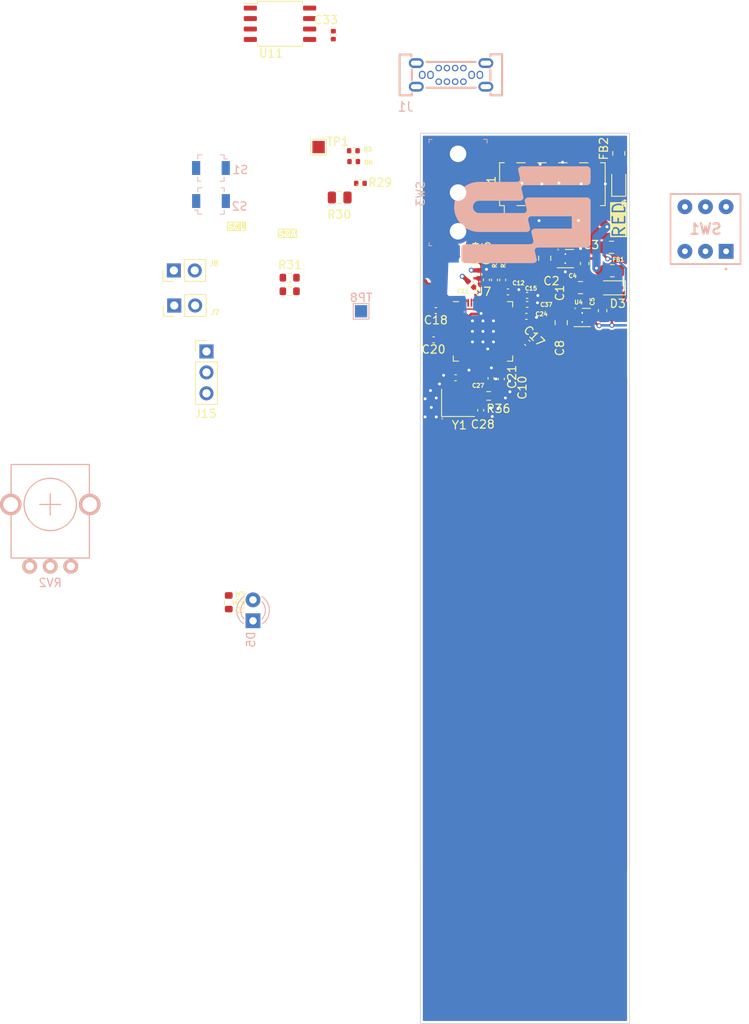
<source format=kicad_pcb>
(kicad_pcb (version 20221018) (generator pcbnew)
  (layers (0 "F.Cu" signal) (31 "B.Cu" signal) (34 "B.Paste" user) (35 "F.Paste" user) (36 "B.SilkS" user "B.Silkscreen") (37 "F.SilkS" user "F.Silkscreen") (38 "B.Mask" user) (39 "F.Mask" user) (44 "Edge.Cuts" user))
  (net 0 "")
  (net 1 "GND")
  (net 2 "+12V")
  (net 5 "+3V3")
  (net 7 "-12V")
  (net 8 "/GPIO26_ADC0")
  (net 9 "/+3V3_SIG")
  (net 10 "+1V1")
  (net 11 "/XIN")
  (net 12 "Net-(C28-Pad1)")
  (net 13 "Net-(D3-K)")
  (net 14 "Net-(D4-A)")
  (net 15 "Net-(D5-A)")
  (net 16 "Net-(FB1-Pad1)")
  (net 17 "Net-(FB2-Pad1)")
  (net 18 "Net-(J1-CC1)")
  (net 19 "/USB_D+")
  (net 20 "/USB_D-")
  (net 22 "Net-(J1-CC2)")
  (net 24 "Net-(R29-Pad2)")
  (net 25 "/GPIO1_Ext2")
  (net 26 "/GPIO0_Ext1")
  (net 27 "/SWCLK")
  (net 28 "/SWD")
  (net 29 "/GPIO8_GateInput1")
  (net 30 "/GPIO9_GateInput2")
  (net 31 "Net-(U7-USB_DP)")
  (net 32 "Net-(U7-USB_DM)")
  (net 33 "/GPIO5_LED_In1")
  (net 34 "/GPIO4_LED_In2")
  (net 35 "/GPIO3_LED_A1")
  (net 36 "/GPIO2_LED_A2")
  (net 37 "/GPIO24_LED_CVIn2")
  (net 38 "/GPIO25_LED_CVIn1")
  (net 39 "/QSPI_SS")
  (net 40 "/GPIO11_LED_A3")
  (net 41 "/GPIO12_LED_D1")
  (net 42 "/GPIO13_LED_D2")
  (net 43 "/GPIO22_LED_D3")
  (net 44 "/XOUT")
  (net 45 "/GPIO21_PWM1")
  (net 46 "/GPIO20_PWM2")
  (net 47 "/GPIO19_PWM3")
  (net 48 "/RUN")
  (net 49 "/GPIO10_SWM")
  (net 50 "/GPIO14_SWT")
  (net 51 "/GPIO7")
  (net 52 "/GPIO15")
  (net 53 "/GPIO16_Digital3")
  (net 54 "/GPIO17_Digital2")
  (net 55 "/GPIO18_Digital1")
  (net 56 "/GPIO23_SWTB")
  (net 57 "/GPIO27_ADC1")
  (net 58 "/GPIO28_ADC2")
  (net 59 "/GPIO29_ADC3")
  (net 60 "/QSPI_SD3")
  (net 61 "/QSPI_SCLK")
  (net 62 "/QSPI_SD0")
  (net 63 "/QSPI_SD2")
  (net 64 "/QSPI_SD1")
  (net 67 "/GPIO6_LED_TEST")
  (footprint "Resistor_SMD:R_0805_2012Metric" (layer "F.Cu") (at 184.9 22.4975 -90)
    (fp_text reference "FB2")
    (fp_text value "FerriteBead GZ2012D101TF")
  )
  (footprint "Resistor_SMD:R_0402_1005Metric" (layer "F.Cu") (at 152.66 22.18 180)
    (fp_text reference "R3")
    (fp_text value "5.1k")
  )
  (footprint "Capacitor_SMD:C_0402_1005Metric" (layer "F.Cu") (at 162.405622 45.116425 180)
    (fp_text reference "C20")
    (fp_text value "100n")
  )
  (footprint "Connector_PinHeader_2.54mm:PinHeader_1x03_P2.54mm_Vertical" (layer "F.Cu") (at 134.825 46.525)
    (fp_text reference "J15")
    (fp_text value "SWD")
  )
  (footprint "TestPoint:TestPoint_Pad_1.5x1.5mm" (layer "F.Cu") (at 148.44 21.73)
    (fp_text reference "TP1")
    (fp_text value "RP2040 Power")
  )
  (footprint "emutelab:RP2040-QFN-56" (layer "F.Cu") (at 168.400622 44.091425)
    (fp_text reference "U7")
    (fp_text value "RP2040")
  )
  (footprint "Capacitor_SMD:C_0402_1005Metric" (layer "F.Cu") (at 170.625622 49.866425 -90)
    (fp_text reference "C10")
    (fp_text value "100n")
  )
  (footprint "Resistor_SMD:R_0805_2012Metric" (layer "F.Cu") (at 184.11 36.73)
    (fp_text reference "FB1")
    (fp_text value "FerriteBead GZ2012D101TF")
  )
  (footprint "Resistor_SMD:R_0402_1005Metric" (layer "F.Cu") (at 153.52 26.13 180)
    (fp_text reference "R29")
    (fp_text value "1k")
  )
  (footprint "Capacitor_SMD:C_0402_1005Metric" (layer "F.Cu") (at 162.675622 41.566425 180)
    (fp_text reference "C18")
    (fp_text value "100n")
  )
  (footprint "Capacitor_SMD:C_0402_1005Metric" (layer "F.Cu") (at 166.936211 38.377014 135)
    (fp_text reference "C11")
    (fp_text value "100n")
  )
  (footprint "Capacitor_SMD:C_0805_2012Metric" (layer "F.Cu") (at 180.24 38.78)
    (fp_text reference "C4")
    (fp_text value "22u")
  )
  (footprint "Capacitor_SMD:C_0402_1005Metric" (layer "F.Cu") (at 173.675622 42.266425)
    (fp_text reference "C24")
    (fp_text value "100n")
  )
  (footprint "Resistor_SMD:R_0603_1608Metric" (layer "F.Cu") (at 169.095622 51.916425 180)
    (fp_text reference "R36")
    (fp_text value "1k")
  )
  (footprint "Connector_PinHeader_2.54mm:PinHeader_2x05_P2.54mm_Vertical_SMD" (layer "F.Cu") (at 176.83 26.235 90)
    (fp_text reference "H1")
    (fp_text value "PIN_HEADER_2x5 POWER")
  )
  (footprint "Connector_PinHeader_2.54mm:PinHeader_1x02_P2.54mm_Vertical" (layer "F.Cu") (at 130.86 36.7 90)
    (fp_text reference "J8")
    (fp_text value "Conn_02x01")
  )
  (footprint "Capacitor_SMD:C_0805_2012Metric_Pad1.18x1.45mm_HandSolder" (layer "F.Cu") (at 177.9 43.04 -90)
    (fp_text reference "C8")
    (fp_text value "22u 0805 ")
  )
  (footprint "Resistor_SMD:R_0603_1608Metric" (layer "F.Cu") (at 144.925 37.575 180)
    (fp_text reference "R31")
    (fp_text value "1.5k")
  )
  (footprint "Capacitor_SMD:C_0402_1005Metric" (layer "F.Cu") (at 171.435622 39.296425)
    (fp_text reference "C12")
    (fp_text value "1u")
  )
  (footprint "Capacitor_SMD:C_0402_1005Metric" (layer "F.Cu") (at 170.800622 37.851425 -90)
    (fp_text reference "R22")
    (fp_text value "27")
  )
  (footprint "Package_SON:WSON-6-1EP_2x2mm_P0.65mm_EP1x1.6mm_ThermalVias" (layer "F.Cu") (at 180.455 42.405)
    (fp_text reference "U4")
    (fp_text value "TLV76733DRVR")
  )
  (footprint "Crystal:Crystal_SMD_3225-4Pin_3.2x2.5mm" (layer "F.Cu") (at 165.375622 52.766425)
    (fp_text reference "Y1")
    (fp_text value "YXC X322512MSB4SI")
  )
  (footprint "Capacitor_SMD:C_0603_1608Metric_Pad1.08x0.95mm_HandSolder" (layer "F.Cu") (at 180.75 35.85 -90)
    (fp_text reference "C1")
    (fp_text value "1u")
  )
  (footprint "Capacitor_SMD:C_0402_1005Metric" (layer "F.Cu") (at 150.225 8.155 -90)
    (fp_text reference "C33")
    (fp_text value "100n")
  )
  (footprint "Resistor_SMD:R_0603_1608Metric" (layer "F.Cu") (at 137.525 76.95 -90)
    (fp_text reference "R23")
    (fp_text value "18k")
  )
  (footprint "Capacitor_SMD:C_0402_1005Metric" (layer "F.Cu") (at 173.755622 39.726425)
    (fp_text reference "C15")
    (fp_text value "1u")
  )
  (footprint "Capacitor_SMD:C_0805_2012Metric_Pad1.18x1.45mm_HandSolder" (layer "F.Cu") (at 175.9 35.2125 -90)
    (fp_text reference "C2")
    (fp_text value "22u 0805 ")
  )
  (footprint "Resistor_SMD:R_0402_1005Metric" (layer "F.Cu") (at 152.7 23.49 180)
    (fp_text reference "R6")
    (fp_text value "5.1k")
  )
  (footprint "Capacitor_SMD:C_0805_2012Metric" (layer "F.Cu") (at 184.01 33.89)
    (fp_text reference "C3")
    (fp_text value "22u")
  )
  (footprint "Diode_SMD:D_SOD-323" (layer "F.Cu") (at 184.09 38.81 180)
    (fp_text reference "D3")
    (fp_text value "1N5819")
  )
  (footprint "Capacitor_SMD:C_0402_1005Metric" (layer "F.Cu") (at 168.125622 53.666425 -90)
    (fp_text reference "C28")
    (fp_text value "30p")
  )
  (footprint "Capacitor_SMD:C_0402_1005Metric" (layer "F.Cu") (at 167.900622 37.171425 90)
    (fp_text reference "C16")
    (fp_text value "100n")
  )
  (footprint "Diode_SMD:D_SOD-323" (layer "F.Cu") (at 184.89 26.09 90)
    (fp_text reference "D4")
    (fp_text value "1N5819")
  )
  (footprint "Capacitor_SMD:C_0603_1608Metric_Pad1.08x0.95mm_HandSolder" (layer "F.Cu") (at 182.93 41.58 -90)
    (fp_text reference "C5")
    (fp_text value "1u")
  )
  (footprint "Capacitor_SMD:C_0402_1005Metric" (layer "F.Cu") (at 165.075622 49.716425 180)
    (fp_text reference "C27")
    (fp_text value "30p")
  )
  (footprint "Capacitor_SMD:C_0402_1005Metric" (layer "F.Cu") (at 173.775622 40.816425)
    (fp_text reference "C37")
    (fp_text value "100n")
  )
  (footprint "Connector_PinHeader_2.54mm:PinHeader_1x02_P2.54mm_Vertical" (layer "F.Cu") (at 130.91 40.95 90)
    (fp_text reference "J7")
    (fp_text value "Conn_02x01")
  )
  (footprint "Capacitor_SMD:C_0402_1005Metric" (layer "F.Cu") (at 169.800622 37.851425 -90)
    (fp_text reference "R21")
    (fp_text value "27")
  )
  (footprint "Capacitor_SMD:C_0805_2012Metric" (layer "F.Cu") (at 151 27.85)
    (fp_text reference "R30")
    (fp_text value "DNF")
  )
  (footprint "Package_SON:WSON-6-1EP_2x2mm_P0.65mm_EP1x1.6mm_ThermalVias" (layer "F.Cu") (at 178.4 35.2625)
    (fp_text reference "U1")
    (fp_text value "TLV76733DRVR")
  )
  (footprint "Capacitor_SMD:C_0402_1005Metric" (layer "F.Cu") (at 168.825622 37.841425 90)
    (fp_text reference "C14")
    (fp_text value "100n")
  )
  (footprint "Resistor_SMD:R_0603_1608Metric" (layer "F.Cu") (at 144.925 39.225 180)
    (fp_text reference "R37" hide)
    (fp_text value "1.5k")
  )
  (footprint "Package_SO:SOIC-8_5.23x5.23mm_P1.27mm" (layer "F.Cu") (at 143.75 6.775)
    (fp_text reference "U11")
    (fp_text value "W25Q128JVS")
  )
  (footprint "Capacitor_SMD:C_0402_1005Metric" (layer "F.Cu") (at 169.375622 49.786425 -90)
    (fp_text reference "C21")
    (fp_text value "100n")
  )
  (footprint "Capacitor_SMD:C_0402_1005Metric" (layer "F.Cu") (at 173.786211 45.477014 -45)
    (fp_text reference "C17")
    (fp_text value "100n")
  )
  (footprint "TestPoint:TestPoint_Pad_1.5x1.5mm" (layer "B.Cu") (at 153.6 41.65 180)
    (fp_text reference "TP8")
    (fp_text value "1V1")
  )
  (footprint "digikey-footprints:Switch_Tactile_SMD_B3U-1000P" (layer "B.Cu") (at 135.375 28.275)
    (fp_text reference "S2")
    (fp_text value "B3U-1000P")
  )
  (footprint "LED_THT:LED_D3.0mm_FlatTop" (layer "B.Cu") (at 140.475 79.2 90)
    (fp_text reference "D5")
    (fp_text value "LED Gate In 1")
  )
  (footprint "digikey-footprints:Switch_Tactile_SMD_B3U-1000P" (layer "B.Cu") (at 135.365 24.275 180)
    (fp_text reference "S1")
    (fp_text value "B3U-1000P")
  )
  (footprint "mouser:GPBS850N" (layer "B.Cu") (at 197.925 34.375 180)
    (fp_text reference "SW1")
    (fp_text value "SW_Push" hide)
  )
  (footprint "emutelab:Thonk DWB2" (layer "B.Cu") (at 165.375 22.55 -90)
    (fp_text reference "SW3")
    (fp_text value "SW_SPDT")
  )
  (footprint "Eurocad:Alpha9mmPot" (layer "B.Cu") (at 115.85 65.0875 180)
    (fp_text reference "RV2")
    (fp_text value "100k")
  )
  (footprint "emutelab:USB-C-TH_MC-110LD-L137-A" (layer "B.Cu") (at 164.525 12.975 180)
    (fp_text reference "J1")
    (fp_text value "Hanbo_USB_C_Receptacle_USB2.0_MC-110LD-L137" hide)
  )
  (gr_poly (pts (xy 173.103488 24.062439) (xy 173.079879 24.064192) (xy 173.056316 24.06708) (xy 173.03286 24.071076) (xy 173.009574 24.07615) (xy 172.986517 24.082275) (xy 172.963754 24.089423) (xy 172.941343 24.097567) (xy 172.919349 24.106678) (xy 172.897831 24.116729) (xy 172.876853 24.127691) (xy 172.856474 24.139536) (xy 172.836758 24.152238) (xy 172.817765 24.165767) (xy 172.799557 24.180097) (xy 172.782196 24.195198) (xy 172.765744 24.211044) (xy 172.750262 24.227605) (xy 172.735811 24.244856) (xy 172.722454 24.262766) (xy 172.710252 24.281309) (xy 172.699267 24.300457) (xy 172.689559 24.320181) (xy 172.681192 24.340454) (xy 172.674226 24.361248) (xy 172.668723 24.382535) (xy 172.664744 24.404288) (xy 172.662353 24.426477) (xy 172.661609 24.449076) (xy 172.662574 24.472056) (xy 172.665311 24.495389) (xy 172.669881 24.519048) (xy 172.89848 25.497478) (xy 172.901881 25.520803) (xy 172.904062 25.54383) (xy 172.905048 25.566529) (xy 172.904863 25.588871) (xy 172.903531 25.610828) (xy 172.901075 25.63237) (xy 172.897521 25.653469) (xy 172.892891 25.674095) (xy 172.88721 25.694219) (xy 172.880502 25.713813) (xy 172.872791 25.732848) (xy 172.864101 25.751294) (xy 172.854456 25.769123) (xy 172.84388 25.786305) (xy 172.832397 25.802812) (xy 172.820032 25.818615) (xy 172.806807 25.833685) (xy 172.792748 25.847992) (xy 172.777878 25.861508) (xy 172.762221 25.874204) (xy 172.745801 25.88605) (xy 172.728642 25.897019) (xy 172.710769 25.90708) (xy 172.692205 25.916205) (xy 172.672975 25.924365) (xy 172.653102 25.931532) (xy 172.63261 25.937675) (xy 172.611524 25.942766) (xy 172.589868 25.946776) (xy 172.567664 25.949676) (xy 172.544939 25.951438) (xy 172.521715 25.952031) (xy 167.938602 25.952031) (xy 167.782437 25.955994) (xy 167.628297 25.967755) (xy 167.476375 25.987121) (xy 167.326862 26.013898) (xy 167.17995 26.047896) (xy 167.035833 26.088921) (xy 166.894702 26.13678) (xy 166.75675 26.191281) (xy 166.622169 26.252231) (xy 166.491152 26.319438) (xy 166.36389 26.392709) (xy 166.240576 26.471851) (xy 166.121403 26.556672) (xy 166.006563 26.646979) (xy 165.896248 26.742579) (xy 165.79065 26.84328) (xy 165.689962 26.94889) (xy 165.594376 27.059215) (xy 165.504084 27.174063) (xy 165.41928 27.293241) (xy 165.340154 27.416557) (xy 165.2669 27.543819) (xy 165.199709 27.674832) (xy 165.138775 27.809406) (xy 165.084289 27.947347) (xy 165.036444 28.088462) (xy 164.995432 28.23256) (xy 164.961445 28.379447) (xy 164.934677 28.52893) (xy 164.915318 28.680818) (xy 164.903562 28.834917) (xy 164.8996 28.991035) (xy 164.903563 29.147152) (xy 164.915324 29.301247) (xy 164.934689 29.453127) (xy 164.961467 29.602601) (xy 164.995465 29.749476) (xy 165.03649 29.893559) (xy 165.084349 30.034659) (xy 165.13885 30.172582) (xy 165.1998 30.307136) (xy 165.267007 30.438129) (xy 165.340277 30.565369) (xy 165.41942 30.688662) (xy 165.50424 30.807817) (xy 165.594547 30.922641) (xy 165.690148 31.032941) (xy 165.790849 31.138526) (xy 165.896458 31.239202) (xy 166.006783 31.334778) (xy 166.121631 31.425061) (xy 166.24081 31.509858) (xy 166.364126 31.588978) (xy 166.491387 31.662227) (xy 166.622401 31.729413) (xy 166.756974 31.790343) (xy 166.894915 31.844827) (xy 167.03603 31.89267) (xy 167.180127 31.93368) (xy 167.327014 31.967666) (xy 167.476497 31.994434) (xy 167.628385 32.013793) (xy 167.782484 32.025549) (xy 167.938602 32.02951) (xy 173.665244 32.02951) (xy 173.688838 32.028921) (xy 173.712451 32.027172) (xy 173.736021 32.024291) (xy 173.759486 32.020305) (xy 173.782784 32.015241) (xy 173.805853 32.009129) (xy 173.828631 32.001994) (xy 173.851056 31.993866) (xy 173.873066 31.984771) (xy 173.8946 31.974736) (xy 173.915595 31.963791) (xy 173.93599 31.951961) (xy 173.955723 31.939276) (xy 173.974731 31.925762) (xy 173.992953 31.911447) (xy 174.010327 31.896358) (xy 174.026791 31.880524) (xy 174.042283 31.863972) (xy 174.056741 31.84673) (xy 174.070103 31.828824) (xy 174.082308 31.810284) (xy 174.093293 31.791135) (xy 174.102996 31.771407) (xy 174.111356 31.751127) (xy 174.118311 31.730321) (xy 174.123799 31.709019) (xy 174.127757 31.687247) (xy 174.130124 31.665033) (xy 174.130839 31.642404) (xy 174.129838 31.619389) (xy 174.12706 31.596015) (xy 174.122444 31.57231) (xy 173.894374 30.595996) (xy 173.890877 30.572571) (xy 173.888606 30.549445) (xy 173.887536 30.526648) (xy 173.887644 30.504207) (xy 173.888905 30.482153) (xy 173.891295 30.460515) (xy 173.894791 30.439321) (xy 173.899368 30.418601) (xy 173.905002 30.398384) (xy 173.91167 30.3787) (xy 173.919347 30.359577) (xy 173.928009 30.341044) (xy 173.937632 30.323131) (xy 173.948193 30.305867) (xy 173.959666 30.289281) (xy 173.972029 30.273403) (xy 173.985257 30.25826) (xy 173.999326 30.243884) (xy 174.014211 30.230302) (xy 174.02989 30.217543) (xy 174.046338 30.205638) (xy 174.063531 30.194615) (xy 174.081444 30.184504) (xy 174.100054 30.175333) (xy 174.119338 30.167132) (xy 174.13927 30.159929) (xy 174.159826 30.153755) (xy 174.180984 30.148638) (xy 174.202718 30.144607) (xy 174.225005 30.141692) (xy 174.247821 30.139921) (xy 174.271141 30.139325) (xy 179.178104 30.139325) (xy 179.178104 31.624167) (xy 174.741571 31.624167) (xy 174.717978 31.624757) (xy 174.694369 31.626511) (xy 174.670806 31.629399) (xy 174.64735 31.633394) (xy 174.624063 31.638468) (xy 174.601007 31.644593) (xy 174.578243 31.651742) (xy 174.555833 31.659886) (xy 174.533839 31.668997) (xy 174.512321 31.679047) (xy 174.491342 31.690009) (xy 174.470964 31.701855) (xy 174.451247 31.714557) (xy 174.432255 31.728086) (xy 174.414047 31.742416) (xy 174.396686 31.757517) (xy 174.380234 31.773363) (xy 174.364752 31.789925) (xy 174.350301 31.807175) (xy 174.336944 31.825085) (xy 174.324742 31.843628) (xy 174.313756 31.862776) (xy 174.304049 31.882501) (xy 174.295681 31.902774) (xy 174.288715 31.923568) (xy 174.283212 31.944855) (xy 174.279234 31.966607) (xy 174.276842 31.988796) (xy 174.276098 32.011395) (xy 174.277064 32.034375) (xy 174.279801 32.057708) (xy 174.28437 32.081367) (xy 174.51297 33.059796) (xy 174.516372 33.083121) (xy 174.518558 33.106148) (xy 174.519551 33.128847) (xy 174.519375 33.15119) (xy 174.518053 33.173147) (xy 174.51561 33.194689) (xy 174.51207 33.215788) (xy 174.507455 33.236414) (xy 174.50179 33.256538) (xy 174.495098 33.276132) (xy 174.487404 33.295167) (xy 174.47873 33.313613) (xy 174.469101 33.331442) (xy 174.45854 33.348624) (xy 174.447072 33.365132) (xy 174.434719 33.380934) (xy 174.421506 33.396004) (xy 174.407456 33.410311) (xy 174.392594 33.423827) (xy 174.376942 33.436523) (xy 174.360525 33.448369) (xy 174.343366 33.459338) (xy 174.325489 33.469399) (xy 174.306917 33.478524) (xy 174.287676 33.486685) (xy 174.267787 33.493851) (xy 174.247275 33.499994) (xy 174.226165 33.505085) (xy 174.204478 33.509095) (xy 174.18224 33.511996) (xy 174.159474 33.513757) (xy 174.136203 33.514351) (xy 166.243155 33.514351) (xy 166.21968 33.514947) (xy 166.196505 33.516718) (xy 166.173658 33.519633) (xy 166.151169 33.523665) (xy 166.129067 33.528783) (xy 166.107382 33.534959) (xy 166.086142 33.542163) (xy 166.065378 33.550367) (xy 166.045119 33.559541) (xy 166.025393 33.569657) (xy 166.006231 33.580685) (xy 165.987662 33.592597) (xy 165.969714 33.605363) (xy 165.952418 33.618953) (xy 165.935803 33.63334) (xy 165.919898 33.648494) (xy 165.904733 33.664386) (xy 165.890336 33.680987) (xy 165.876737 33.698267) (xy 165.863966 33.716198) (xy 165.852052 33.734751) (xy 165.841024 33.753897) (xy 165.830912 33.773606) (xy 165.821745 33.793849) (xy 165.813552 33.814598) (xy 165.806363 33.835823) (xy 165.800207 33.857496) (xy 165.795113 33.879587) (xy 165.791111 33.902066) (xy 165.788231 33.924906) (xy 165.7865 33.948077) (xy 165.78595 33.97155) (xy 165.78595 35.353735) (xy 165.786548 35.377161) (xy 165.788323 35.400292) (xy 165.791245 35.423097) (xy 165.795286 35.445547) (xy 165.800415 35.467613) (xy 165.806603 35.489266) (xy 165.813822 35.510475) (xy 165.822041 35.531213) (xy 165.831231 35.551449) (xy 165.841363 35.571155) (xy 165.852408 35.5903) (xy 165.864336 35.608855) (xy 165.877118 35.626791) (xy 165.890724 35.64408) (xy 165.905126 35.66069) (xy 165.920293 35.676594) (xy 165.936196 35.691761) (xy 165.952807 35.706162) (xy 165.970095 35.719768) (xy 165.988031 35.73255) (xy 166.006587 35.744478) (xy 166.025732 35.755522) (xy 166.045437 35.765655) (xy 166.065674 35.774845) (xy 166.086411 35.783064) (xy 166.107621 35.790282) (xy 166.129274 35.796471) (xy 166.15134 35.8016) (xy 166.17379 35.80564) (xy 166.196595 35.808563) (xy 166.219726 35.810338) (xy 166.243152 35.810936) (xy 174.47328 35.810936) (xy 174.473479 35.81093) (xy 174.473679 35.810913) (xy 174.47388 35.810887) (xy 174.474083 35.810853) (xy 174.4745 35.810768) (xy 174.474935 35.810671) (xy 174.475395 35.810574) (xy 174.475636 35.810529) (xy 174.475886 35.810489) (xy 174.476145 35.810455) (xy 174.476414 35.810429) (xy 174.476694 35.810412) (xy 174.476985 35.810406) (xy 174.500426 35.809629) (xy 174.523878 35.807714) (xy 174.547279 35.804686) (xy 174.570569 35.800573) (xy 174.593687 35.795403) (xy 174.616572 35.789201) (xy 174.639163 35.781995) (xy 174.6614 35.773811) (xy 174.683221 35.764678) (xy 174.704566 35.75462) (xy 174.725373 35.743667) (xy 174.745583 35.731844) (xy 174.765134 35.719178) (xy 174.783965 35.705697) (xy 174.802015 35.691427) (xy 174.819224 35.676395) (xy 174.835531 35.660628) (xy 174.850875 35.644154) (xy 174.865194 35.626998) (xy 174.878429 35.609189) (xy 174.890518 35.590752) (xy 174.901401 35.571715) (xy 174.911016 35.552105) (xy 174.919303 35.531949) (xy 174.926201 35.511273) (xy 174.931649 35.490105) (xy 174.935587 35.468472) (xy 174.937953 35.4464) (xy 174.938686 35.423916) (xy 174.937726 35.401048) (xy 174.935012 35.377822) (xy 174.930482 35.354265) (xy 174.930482 35.353735) (xy 174.701881 34.376365) (xy 174.698433 34.35299) (xy 174.696206 34.329914) (xy 174.695178 34.307165) (xy 174.695325 34.284774) (xy 174.696621 34.262769) (xy 174.699044 34.241178) (xy 174.70257 34.220032) (xy 174.707173 34.199359) (xy 174.712831 34.179188) (xy 174.719519 34.159549) (xy 174.727213 34.14047) (xy 174.735889 34.121981) (xy 174.745523 34.10411) (xy 174.756091 34.086887) (xy 174.767569 34.07034) (xy 174.779934 34.0545) (xy 174.79316 34.039394) (xy 174.807224 34.025052) (xy 174.822102 34.011503) (xy 174.83777 33.998776) (xy 174.854204 33.9869) (xy 174.871379 33.975905) (xy 174.889272 33.965818) (xy 174.90786 33.95667) (xy 174.927116 33.94849) (xy 174.947019 33.941305) (xy 174.967543 33.935147) (xy 174.988665 33.930043) (xy 175.010361 33.926022) (xy 175.032606 33.923114) (xy 175.055376 33.921348) (xy 175.078648 33.920753) (xy 181.017485 33.920753) (xy 181.040911 33.920155) (xy 181.064042 33.91838) (xy 181.086847 33.915458) (xy 181.109297 33.911417) (xy 181.131363 33.906288) (xy 181.153016 33.9001) (xy 181.174225 33.892881) (xy 181.194963 33.884662) (xy 181.215199 33.875472) (xy 181.234904 33.86534) (xy 181.254049 33.854295) (xy 181.272605 33.842367) (xy 181.290541 33.829585) (xy 181.30783 33.815979) (xy 181.32444 33.801578) (xy 181.340343 33.78641) (xy 181.355511 33.770507) (xy 181.369912 33.753897) (xy 181.383518 33.736608) (xy 181.3963 33.718672) (xy 181.408228 33.700116) (xy 181.419272 33.680971) (xy 181.429405 33.661266) (xy 181.438595 33.64103) (xy 181.446814 33.620292) (xy 181.454032 33.599083) (xy 181.460221 33.57743) (xy 181.46535 33.555364) (xy 181.46939 33.532914) (xy 181.472313 33.510109) (xy 181.474087 33.486979) (xy 181.474686 33.463553) (xy 181.474686 28.299945) (xy 181.474087 28.276519) (xy 181.472313 28.253388) (xy 181.46939 28.230584) (xy 181.46535 28.208134) (xy 181.460221 28.186068) (xy 181.454032 28.164415) (xy 181.446814 28.143205) (xy 181.438595 28.122468) (xy 181.429405 28.102231) (xy 181.419272 28.082526) (xy 181.408228 28.063381) (xy 181.3963 28.044826) (xy 181.383518 28.026889) (xy 181.369912 28.009601) (xy 181.355511 27.99299) (xy 181.340343 27.977087) (xy 181.32444 27.96192) (xy 181.30783 27.947519) (xy 181.290541 27.933912) (xy 181.272605 27.921131) (xy 181.254049 27.909203) (xy 181.234904 27.898158) (xy 181.215199 27.888026) (xy 181.194963 27.878835) (xy 181.174225 27.870616) (xy 181.153016 27.863398) (xy 181.131363 27.857209) (xy 181.109297 27.85208) (xy 181.086847 27.84804) (xy 181.064042 27.845117) (xy 181.040911 27.843342) (xy 181.017485 27.842744) (xy 173.93512 27.842744) (xy 173.911527 27.843335) (xy 173.887918 27.845088) (xy 173.864355 27.847977) (xy 173.840899 27.851972) (xy 173.817612 27.857046) (xy 173.794556 27.863171) (xy 173.771792 27.870319) (xy 173.749382 27.878463) (xy 173.727387 27.887574) (xy 173.70587 27.897625) (xy 173.684891 27.908587) (xy 173.664512 27.920433) (xy 173.644796 27.933134) (xy 173.625803 27.946664) (xy 173.607596 27.960993) (xy 173.590235 27.976095) (xy 173.573782 27.99194) (xy 173.5583 28.008502) (xy 173.54385 28.025752) (xy 173.530493 28.043663) (xy 173.51829 28.062206) (xy 173.507305 28.081354) (xy 173.497598 28.101078) (xy 173.48923 28.121351) (xy 173.482264 28.142145) (xy 173.476761 28.163432) (xy 173.472783 28.185185) (xy 173.470391 28.207374) (xy 173.469647 28.229973) (xy 173.470613 28.252952) (xy 173.473349 28.276286) (xy 173.477919 28.299945) (xy 173.706519 29.278373) (xy 173.709919 29.301699) (xy 173.712101 29.324726) (xy 173.713087 29.347425) (xy 173.712902 29.369767) (xy 173.71157 29.391724) (xy 173.709114 29.413266) (xy 173.70556 29.434365) (xy 173.70093 29.454991) (xy 173.695249 29.475116) (xy 173.688541 29.49471) (xy 173.68083 29.513744) (xy 173.67214 29.53219) (xy 173.662495 29.550019) (xy 173.651919 29.567201) (xy 173.640436 29.583708) (xy 173.628071 29.599511) (xy 173.614846 29.614581) (xy 173.600787 29.628888) (xy 173.585916 29.642404) (xy 173.570259 29.655099) (xy 173.55384 29.666946) (xy 173.536681 29.677914) (xy 173.518808 29.687975) (xy 173.500244 29.697101) (xy 173.481014 29.705261) (xy 173.46114 29.712427) (xy 173.440649 29.71857) (xy 173.419563 29.723661) (xy 173.397906 29.727671) (xy 173.375703 29.730572) (xy 173.352977 29.732333) (xy 173.329753 29.732927) (xy 167.939661 29.732927) (xy 167.901495 29.731958) (xy 167.863827 29.729083) (xy 167.826702 29.724349) (xy 167.790167 29.717803) (xy 167.754269 29.709493) (xy 167.719055 29.699465) (xy 167.684572 29.687767) (xy 167.650868 29.674446) (xy 167.617987 29.659549) (xy 167.585979 29.643123) (xy 167.554889 29.625216) (xy 167.524765 29.605874) (xy 167.495653 29.585146) (xy 167.4676 29.563077) (xy 167.440653 29.539716) (xy 167.41486 29.515109) (xy 167.390266 29.489304) (xy 167.366919 29.462347) (xy 167.344866 29.434287) (xy 167.324154 29.40517) (xy 167.304829 29.375043) (xy 167.286938 29.343954) (xy 167.270529 29.311949) (xy 167.255648 29.279076) (xy 167.242342 29.245383) (xy 167.230658 29.210916) (xy 167.220642 29.175722) (xy 167.212343 29.139849) (xy 167.205806 29.103344) (xy 167.201079 29.066254) (xy 167.198209 29.028626) (xy 167.197241 28.990507) (xy 167.19821 28.952342) (xy 167.201085 28.914674) (xy 167.205819 28.877549) (xy 167.212365 28.841014) (xy 167.220675 28.805116) (xy 167.230703 28.769902) (xy 167.242401 28.735419) (xy 167.255723 28.701715) (xy 167.27062 28.668835) (xy 167.287046 28.636826) (xy 167.304953 28.605736) (xy 167.324294 28.575612) (xy 167.345023 28.5465) (xy 167.367092 28.518447) (xy 167.390453 28.4915) (xy 167.41506 28.465706) (xy 167.440865 28.441112) (xy 167.467822 28.417765) (xy 167.495882 28.395712) (xy 167.525 28.375) (xy 167.555126 28.355674) (xy 167.586216 28.337784) (xy 167.61822 28.321374) (xy 167.651093 28.306493) (xy 167.684786 28.293187) (xy 167.719253 28.281503) (xy 167.754447 28.271488) (xy 167.79032 28.263188) (xy 167.826825 28.256652) (xy 167.863915 28.251924) (xy 167.901542 28.249054) (xy 167.939661 28.248086) (xy 172.859323 28.248086) (xy 172.882917 28.247496) (xy 172.906531 28.245742) (xy 172.9301 28.242854) (xy 172.953565 28.238859) (xy 172.976863 28.233785) (xy 172.999932 28.22766) (xy 173.02271 28.220511) (xy 173.045135 28.212367) (xy 173.067145 28.203256) (xy 173.088679 28.193206) (xy 173.109674 28.182244) (xy 173.130069 28.170398) (xy 173.149802 28.157696) (xy 173.16881 28.144167) (xy 173.187032 28.129837) (xy 173.204406 28.114736) (xy 173.22087 28.09889) (xy 173.236362 28.082328) (xy 173.25082 28.065078) (xy 173.264182 28.047168) (xy 173.276387 28.028625) (xy 173.287372 28.009477) (xy 173.297076 27.989752) (xy 173.305436 27.969479) (xy 173.312391 27.948685) (xy 173.317878 27.927398) (xy 173.321837 27.905646) (xy 173.324204 27.883457) (xy 173.324918 27.860858) (xy 173.323917 27.837878) (xy 173.32114 27.814545) (xy 173.316524 27.790886) (xy 173.088452 26.814573) (xy 173.084955 26.791148) (xy 173.082684 26.768022) (xy 173.081614 26.745224) (xy 173.081722 26.722784) (xy 173.082983 26.70073) (xy 173.085373 26.679091) (xy 173.088869 26.657898) (xy 173.093446 26.637178) (xy 173.099081 26.616961) (xy 173.105748 26.597276) (xy 173.113425 26.578153) (xy 173.122088 26.559621) (xy 173.131711 26.541708) (xy 173.142271 26.524444) (xy 173.153745 26.507858) (xy 173.166108 26.491979) (xy 173.179336 26.476837) (xy 173.193404 26.46246) (xy 173.20829 26.448878) (xy 173.223969 26.43612) (xy 173.240417 26.424215) (xy 173.257609 26.413192) (xy 173.275523 26.403081) (xy 173.294133 26.39391) (xy 173.313416 26.385708) (xy 173.333348 26.378506) (xy 173.353905 26.372332) (xy 173.375063 26.367215) (xy 173.396797 26.363184) (xy 173.419084 26.360269) (xy 173.441899 26.358498) (xy 173.465219 26.357902) (xy 181.017485 26.357902) (xy 181.040911 26.357303) (xy 181.064042 26.355528) (xy 181.086847 26.352606) (xy 181.109297 26.348566) (xy 181.131363 26.343437) (xy 181.153016 26.337248) (xy 181.174225 26.33003) (xy 181.194963 26.321811) (xy 181.215199 26.31262) (xy 181.234904 26.302488) (xy 181.254049 26.291444) (xy 181.272605 26.279516) (xy 181.290541 26.266734) (xy 181.30783 26.253128) (xy 181.32444 26.238726) (xy 181.340343 26.223559) (xy 181.355511 26.207656) (xy 181.369912 26.191046) (xy 181.383518 26.173757) (xy 181.3963 26.155821) (xy 181.408228 26.137266) (xy 181.419272 26.118121) (xy 181.429405 26.098415) (xy 181.438595 26.078179) (xy 181.446814 26.057442) (xy 181.454032 26.036232) (xy 181.460221 26.014579) (xy 181.46535 25.992513) (xy 181.46939 25.970063) (xy 181.472313 25.947258) (xy 181.474087 25.924128) (xy 181.474686 25.900702) (xy 181.474686 24.519048) (xy 181.474087 24.495622) (xy 181.472313 24.472492) (xy 181.46939 24.449687) (xy 181.46535 24.427237) (xy 181.460221 24.405171) (xy 181.454032 24.383518) (xy 181.446814 24.362308) (xy 181.438595 24.341571) (xy 181.429405 24.321334) (xy 181.419272 24.301629) (xy 181.408228 24.282484) (xy 181.3963 24.263929) (xy 181.383518 24.245992) (xy 181.369912 24.228704) (xy 181.355511 24.212094) (xy 181.340343 24.19619) (xy 181.32444 24.181023) (xy 181.30783 24.166622) (xy 181.290541 24.153016) (xy 181.272605 24.140234) (xy 181.254049 24.128306) (xy 181.234904 24.117261) (xy 181.215199 24.107129) (xy 181.194963 24.097939) (xy 181.174225 24.08972) (xy 181.153016 24.082502) (xy 181.131363 24.076313) (xy 181.109297 24.071184) (xy 181.086847 24.067144) (xy 181.064042 24.064221) (xy 181.040911 24.062446) (xy 181.017485 24.061848) (xy 173.127081 24.061848)) (fill solid) (layer "B.SilkS"))
  (gr_line (start 146.645 38.2) (end 146.65 35.29) (stroke (width 0.1) (type dot)) (layer "F.SilkS"))
  (gr_rect (start 160.8 20.05) (end 186.2 128.05) (stroke (width 0.1)) (fill none) (layer "Edge.Cuts"))
  (gr_text "SDA" (at 143.4 32.7) (layer "F.SilkS" knockout) (effects (font (size 0.8 0.8)) (justify left bottom)))
  (gr_text "RED\n" (at 185.8 32.88 90) (layer "F.SilkS" knockout) (effects (font (size 1.5 1.5) (thickness 0.2)) (justify left bottom)))
  (gr_text "o" (at 163.325622 54.766425) (layer "F.SilkS" knockout) (effects (font (size 0.2 0.2) (thickness 0.05)) (justify left bottom)))
  (gr_text "o" (at 179.48 41.38) (layer "F.SilkS" knockout) (effects (font (size 0.2 0.2) (thickness 0.05)) (justify left bottom)))
  (gr_text "o" (at 153 26.45) (layer "F.SilkS" knockout) (effects (font (size 0.2 0.2) (thickness 0.05)) (justify left bottom)))
  (gr_text "SCL\n" (at 137.225 31.85) (layer "F.SilkS" knockout) (effects (font (size 0.8 0.8)) (justify left bottom)))
  (gr_text "o" (at 166.025622 41.816425) (layer "F.SilkS" knockout) (effects (font (size 0.2 0.2) (thickness 0.05)) (justify left bottom)))
  (gr_text "o" (at 177.4 34.2625) (layer "F.SilkS" knockout) (effects (font (size 0.2 0.2) (thickness 0.05)) (justify left bottom)))
  (segment (start 174.777092 42.266425) (end 174.155622 42.266425) (width 0.15) (layer "F.Cu") (net 1))
  (segment (start 169.375622 50.266425) (end 169.563372 50.266425) (width 0.3) (layer "F.Cu") (net 1))
  (segment (start 179.396946 35.2625) (end 179.2875 35.2625) (width 0.3) (layer "F.Cu") (net 1))
  (segment (start 171.915622 39.296425) (end 172.485622 39.296425) (width 0.3) (layer "F.Cu") (net 1))
  (segment (start 172.485622 39.296425) (end 172.755622 39.026425) (width 0.3) (layer "F.Cu") (net 1))
  (segment (start 179.2875 35.2625) (end 178.4 35.2625) (width 0.3) (layer "F.Cu") (net 1))
  (segment (start 180.248966 34.184312) (end 179.975 34.458278) (width 0.3) (layer "F.Cu") (net 1))
  (segment (start 179.975 34.684446) (end 179.396946 35.2625) (width 0.3) (layer "F.Cu") (net 1))
  (segment (start 170.625622 50.346425) (end 171.395622 50.346425) (width 0.5) (layer "F.Cu") (net 1))
  (segment (start 171.395622 50.346425) (end 171.625622 50.116425) (width 0.3) (layer "F.Cu") (net 1))
  (segment (start 166.5968 38.037603) (end 165.900622 37.341425) (width 0.5) (layer "F.Cu") (net 1))
  (segment (start 167.400622 48.091425) (end 167.400622 47.528925) (width 0.15) (layer "F.Cu") (net 1))
  (segment (start 169.563372 50.266425) (end 169.969272 49.860525) (width 0.5) (layer "F.Cu") (net 1))
  (segment (start 166.700622 48.791425) (end 167.400622 48.091425) (width 0.15) (layer "F.Cu") (net 1))
  (segment (start 181.3425 42.405) (end 182.8925 42.405) (width 0.3) (layer "F.Cu") (net 1))
  (segment (start 167.000622 36.691425) (end 166.975622 36.666425) (width 0.15) (layer "F.Cu") (net 1))
  (segment (start 167.900622 36.691425) (end 167.000622 36.691425) (width 0.5) (layer "F.Cu") (net 1))
  (segment (start 174.455622 40.616425) (end 175.025622 40.616425) (width 0.5) (layer "F.Cu") (net 1))
  (segment (start 173.89 29.635) (end 173.89 28.8) (width 1) (layer "F.Cu") (net 1))
  (segment (start 182.8925 42.405) (end 182.93 42.4425) (width 0.3) (layer "F.Cu") (net 1))
  (segment (start 179.29 38.78) (end 179.45 38.94) (width 0.3) (layer "F.Cu") (net 1))
  (segment (start 179.975 34.458278) (end 179.975 34.684446) (width 0.3) (layer "F.Cu") (net 1))
  (segment (start 174.235622 39.726425) (end 175.055622 39.726425) (width 0.3) (layer "F.Cu") (net 1))
  (segment (start 175.055622 39.726425) (end 175.065622 39.736425) (width 0.3) (layer "F.Cu") (net 1))
  (segment (start 168.825622 36.566425) (end 168.825622 37.361425) (width 0.5) (layer "F.Cu") (net 1))
  (segment (start 180.248966 34.047481) (end 180.248966 34.184312) (width 0.3) (layer "F.Cu") (net 1))
  (segment (start 178.4 35.8125) (end 178.4 36.8625) (width 0.3) (layer "F.Cu") (net 1))
  (segment (start 174.255622 40.816425) (end 174.455622 40.616425) (width 0.5) (layer "F.Cu") (net 1))
  (segment (start 174.901357 42.39069) (end 174.777092 42.266425) (width 0.15) (layer "F.Cu") (net 1))
  (via (at 175.21 30.66) (size 0.6) (drill 0.35) (layers "F.Cu" "B.Cu") (net 1))
  (via (at 180.33 26.19) (size 0.6) (drill 0.35) (layers "F.Cu" "B.Cu") (net 1))
  (via (at 161.375622 54.466425) (size 0.6) (drill 0.35) (layers "F.Cu" "B.Cu") (net 1))
  (via (at 162.025622 51.266425) (size 0.6) (drill 0.35) (layers "F.Cu" "B.Cu") (net 1))
  (via (at 163.125622 50.466425) (size 0.6) (drill 0.35) (layers "F.Cu" "B.Cu") (net 1))
  (via (at 173.13 26.11) (size 0.6) (drill 0.35) (layers "F.Cu" "B.Cu") (net 1))
  (via (at 177.63 26.09) (size 0.6) (drill 0.35) (layers "F.Cu" "B.Cu") (net 1))
  (via (at 171.675622 51.416425) (size 0.6) (drill 0.35) (layers "F.Cu" "B.Cu") (net 1))
  (via (at 162.725622 54.466425) (size 0.6) (drill 0.35) (layers "F.Cu" "B.Cu") (net 1))
  (via (at 169.525622 54.416425) (size 0.6) (drill 0.35) (layers "F.Cu" "B.Cu") (net 1))
  (via (at 175.025622 40.616425) (size 0.6) (drill 0.35) (layers "F.Cu" "B.Cu") (net 1))
  (via (at 162.725622 52.166425) (size 0.6) (drill 0.35) (layers "F.Cu" "B.Cu") (net 1))
  (via (at 165.875622 37.416425) (size 0.6) (drill 0.35) (layers "F.Cu" "B.Cu") (net 1))
  (via (at 169.969272 49.860525) (size 0.6) (drill 0.35) (layers "F.Cu" "B.Cu") (net 1))
  (via (at 175.34 23.82) (size 0.6) (drill 0.35) (layers "F.Cu" "B.Cu") (net 1))
  (via (at 174.901357 42.39069) (size 0.6) (drill 0.35) (layers "F.Cu" "B.Cu") (net 1))
  (via (at 178.07 23.57) (size 0.6) (drill 0.35) (layers "F.Cu" "B.Cu") (net 1))
  (via (at 175.55 26.2) (size 0.6) (drill 0.35) (layers "F.Cu" "B.Cu") (net 1))
  (via (at 180.248966 34.047481) (size 0.6) (drill 0.35) (layers "F.Cu" "B.Cu") (net 1))
  (via (at 172.755622 39.026425) (size 0.6) (drill 0.35) (layers "F.Cu" "B.Cu") (net 1))
  (via (at 163.625622 49.416425) (size 0.6) (drill 0.35) (layers "F.Cu" "B.Cu") (net 1))
  (via (at 171.125622 52.166425) (size 0.6) (drill 0.35) (layers "F.Cu" "B.Cu") (net 1))
  (via (at 178.4 36.8625) (size 0.6) (drill 0.35) (layers "F.Cu" "B.Cu") (net 1))
  (via (at 180 30.64) (size 0.6) (drill 0.35) (layers "F.Cu" "B.Cu") (net 1))
  (via (at 183.26 26.2) (size 0.6) (drill 0.35) (layers "F.Cu" "B.Cu") (net 1))
  (via (at 169.325622 53.366425) (size 0.6) (drill 0.35) (layers "F.Cu" "B.Cu") (net 1))
  (via (at 171.625622 50.116425) (size 0.6) (drill 0.35) (layers "F.Cu" "B.Cu") (net 1))
  (via (at 161.375622 52.266425) (size 0.6) (drill 0.35) (layers "F.Cu" "B.Cu") (net 1))
  (via (at 170.225622 53.466425) (size 0.6) (drill 0.35) (layers "F.Cu" "B.Cu") (net 1))
  (via (at 175.065622 39.736425) (size 0.6) (drill 0.35) (layers "F.Cu" "B.Cu") (net 1))
  (via (at 168.825622 36.566425) (size 0.6) (drill 0.35) (layers "F.Cu" "B.Cu") (net 1))
  (via (at 166.975622 36.666425) (size 0.6) (drill 0.35) (layers "F.Cu" "B.Cu") (net 1))
  (via (at 166.700622 48.791425) (size 0.6) (drill 0.35) (layers "F.Cu" "B.Cu") (net 1))
  (via (at 162.125622 53.316425) (size 0.6) (drill 0.35) (layers "F.Cu" "B.Cu") (net 1))
  (segment (start 183.06 33.89) (end 184.89 32.06) (width 0.73) (layer "F.Cu") (net 2))
  (segment (start 181.8925 41.755) (end 182.93 40.7175) (width 0.3) (layer "F.Cu") (net 2))
  (segment (start 179.2875 34.6125) (end 179.2875 34.160418) (width 0.3) (layer "F.Cu") (net 2))
  (segment (start 180.75 34.9875) (end 181.0125 35.25) (width 0.3) (layer "F.Cu") (net 2))
  (segment (start 181.0125 35.25) (end 181.7 35.25) (width 0.3) (layer "F.Cu") (net 2))
  (segment (start 182.509546 43.40707) (end 182.40707 43.40707) (width 0.3) (layer "F.Cu") (net 2))
  (segment (start 181.7 35.25) (end 183.06 33.89) (width 0.3) (layer "F.Cu") (net 2))
  (segment (start 183.54 35.29) (end 183.06 34.81) (width 0.3) (layer "F.Cu") (net 2))
  (segment (start 180.000437 33.447481) (end 180.497495 33.447481) (width 0.3) (layer "F.Cu") (net 2))
  (segment (start 180.848966 33.798952) (end 180.848966 34.888534) (width 0.3) (layer "F.Cu") (net 2))
  (segment (start 179.2875 34.160418) (end 180.000437 33.447481) (width 0.3) (layer "F.Cu") (net 2))
  (segment (start 180.497495 33.447481) (end 180.848966 33.798952) (width 0.3) (layer "F.Cu") (net 2))
  (segment (start 184.05 41.8375) (end 184.05 43.36) (width 0.3) (layer "F.Cu") (net 2))
  (segment (start 182.40707 43.40707) (end 182.055 43.055) (width 0.3) (layer "F.Cu") (net 2))
  (segment (start 184.89 32.06) (end 184.89 27.14) (width 0.73) (layer "F.Cu") (net 2))
  (segment (start 181.3425 43.055) (end 182.055 43.055) (width 0.3) (layer "F.Cu") (net 2))
  (segment (start 181.3425 41.755) (end 181.8925 41.755) (width 0.3) (layer "F.Cu") (net 2))
  (segment (start 179.825 35.9125) (end 180.75 34.9875) (width 0.3) (layer "F.Cu") (net 2))
  (segment (start 179.2875 35.9125) (end 179.825 35.9125) (width 0.3) (layer "F.Cu") (net 2))
  (segment (start 183.06 34.81) (end 183.06 33.89) (width 0.3) (layer "F.Cu") (net 2))
  (segment (start 180.848966 34.888534) (end 180.75 34.9875) (width 0.3) (layer "F.Cu") (net 2))
  (segment (start 182.93 40.7175) (end 184.05 41.8375) (width 0.3) (layer "F.Cu") (net 2))
  (via (at 184.05 43.36) (size 0.6) (drill 0.35) (layers "F.Cu" "B.Cu") (net 2))
  (via (at 182.509546 43.40707) (size 0.6) (drill 0.35) (layers "F.Cu" "B.Cu") (net 2))
  (via (at 183.54 35.29) (size 0.6) (drill 0.35) (layers "F.Cu" "B.Cu") (net 2))
  (segment (start 185.75 36.44) (end 185.75 40.05) (width 0.3) (layer "B.Cu") (net 2))
  (segment (start 184.05 43.36) (end 182.556616 43.36) (width 0.3) (layer "B.Cu") (net 2))
  (segment (start 184.6 35.29) (end 185.75 36.44) (width 0.3) (layer "B.Cu") (net 2))
  (segment (start 182.556616 43.36) (end 182.509546 43.40707) (width 0.3) (layer "B.Cu") (net 2))
  (segment (start 183.54 35.29) (end 184.6 35.29) (width 0.3) (layer "B.Cu") (net 2))
  (segment (start 184.84 43.36) (end 184.85 43.35) (width 0.3) (layer "B.Cu") (net 2))
  (segment (start 184.05 43.36) (end 184.84 43.36) (width 0.3) (layer "B.Cu") (net 2))
  (segment (start 184.85 43.35) (end 185.75 43.35) (width 0.3) (layer "B.Cu") (net 2))
  (segment (start 168.600622 39.216425) (end 167.900622 38.516425) (width 0.15) (layer "F.Cu") (net 5))
  (segment (start 169.000622 40.653925) (end 169.000622 38.496425) (width 0.15) (layer "F.Cu") (net 5))
  (segment (start 170.850622 41.437785) (end 170.650622 41.237785) (width 0.3) (layer "F.Cu") (net 5))
  (segment (start 177.5125 35.2625) (end 177.5125 34.6125) (width 0.3) (layer "F.Cu") (net 5))
  (segment (start 168.600622 40.653925) (end 168.600622 39.216425) (width 0.15) (layer "F.Cu") (net 5))
  (segment (start 168.400622 41.391425) (end 168.600622 41.191425) (width 0.15) (layer "F.Cu") (net 5))
  (segment (start 168.600622 47.528925) (end 168.600622 48.841424) (width 0.3) (layer "F.Cu") (net 5))
  (segment (start 172.396982 45.066425) (end 173.345622 45.066425) (width 0.3) (layer "F.Cu") (net 5))
  (segment (start 173.195622 42.266425) (end 173.195622 41.956426) (width 0.15) (layer "F.Cu") (net 5))
  (segment (start 173.275622 39.726425) (end 173.010622 39.991425) (width 0.15) (layer "F.Cu") (net 5))
  (segment (start 168.271982 46.666425) (end 166.775622 46.666425) (width 0.3) (layer "F.Cu") (net 5))
  (segment (start 166.775622 46.666425) (end 165.700622 45.591425) (width 0.3) (layer "F.Cu") (net 5))
  (segment (start 171.838122 41.491425) (end 172.730621 41.491425) (width 0.15) (layer "F.Cu") (net 5))
  (segment (start 167.900622 37.651425) (end 167.360622 37.651425) (width 0.3) (layer "F.Cu") (net 5))
  (segment (start 168.600622 46.995065) (end 168.271982 46.666425) (width 0.3) (layer "F.Cu") (net 5))
  (segment (start 170.850622 45.091425) (end 170.850622 41.437785) (width 0.3) (layer "F.Cu") (net 5))
  (segment (start 165.700622 45.295065) (end 165.496982 45.091425) (width 0.3) (layer "F.Cu") (net 5))
  (segment (start 168.600622 41.191425) (end 168.600622 41.116425) (width 0.15) (layer "F.Cu") (net 5))
  (segment (start 168.825622 38.321425) (end 167.905622 38.321425) (width 0.3) (layer "F.Cu") (net 5))
  (segment (start 168.600622 41.116425) (end 168.600622 41.053925) (width 0.15) (layer "F.Cu") (net 5))
  (segment (start 168.600622 47.528925) (end 168.600622 46.995065) (width 0.3) (layer "F.Cu") (net 5))
  (segment (start 169.065623 49.306425) (end 169.375622 49.306425) (width 0.3) (layer "F.Cu") (net 5))
  (segment (start 167.900622 38.516425) (end 167.900622 38.316425) (width 0.15) (layer "F.Cu") (net 5))
  (segment (start 165.596982 41.391425) (end 168.400622 41.391425) (width 0.15) (layer "F.Cu") (net 5))
  (segment (start 173.010622 39.991425) (end 170.800622 39.991425) (width 0.15) (layer "F.Cu") (net 5))
  (segment (start 167.905622 38.321425) (end 167.900622 38.316425) (width 0.3) (layer "F.Cu") (net 5))
  (segment (start 170.600622 40.653925) (end 170.600622 41.091425) (width 0.15) (layer "F.Cu") (net 5))
  (segment (start 162.910622 45.091425) (end 164.963122 45.091425) (width 0.3) (layer "F.Cu") (net 5))
  (segment (start 173.195622 41.956426) (end 172.730621 41.491425) (width 0.15) (layer "F.Cu") (net 5))
  (segment (start 170.800622 39.991425) (end 170.600622 40.191425) (width 0.15) (layer "F.Cu") (net 5))
  (segment (start 165.496982 41.491425) (end 165.596982 41.391425) (width 0.15) (layer "F.Cu") (net 5))
  (segment (start 170.600622 40.191425) (end 170.600622 40.653925) (width 0.15) (layer "F.Cu") (net 5))
  (segment (start 168.600622 48.841424) (end 169.065623 49.306425) (width 0.3) (layer "F.Cu") (net 5))
  (segment (start 165.496982 41.491425) (end 164.963122 41.491425) (width 0.3) (layer "F.Cu") (net 5))
  (segment (start 165.700622 45.295065) (end 165.700622 41.695065) (width 0.3) (layer "F.Cu") (net 5))
  (segment (start 163.230622 41.491425) (end 164.963122 41.491425) (width 0.3) (layer "F.Cu") (net 5))
  (segment (start 171.838122 45.091425) (end 172.371982 45.091425) (width 0.3) (layer "F.Cu") (net 5))
  (segment (start 167.900622 38.316425) (end 167.900622 37.651425) (width 0.15) (layer "F.Cu") (net 5))
  (segment (start 165.700622 41.695065) (end 165.496982 41.491425) (width 0.3) (layer "F.Cu") (net 5))
  (segment (start 171.838122 45.091425) (end 170.850622 45.091425) (width 0.15) (layer "F.Cu") (net 5))
  (segment (start 165.496982 45.091425) (end 164.963122 45.091425) (width 0.3) (layer "F.Cu") (net 5))
  (segment (start 168.600622 41.116425) (end 168.600622 40.653925) (width 0.15) (layer "F.Cu") (net 5))
  (segment (start 165.700622 45.591425) (end 165.700622 45.295065) (width 0.3) (layer "F.Cu") (net 5))
  (segment (start 181.22 38.81) (end 183.04 38.81) (width 1) (layer "F.Cu") (net 7))
  (segment (start 181.19 38.78) (end 181.22 38.81) (width 1) (layer "F.Cu") (net 7))
  (segment (start 174.426358 43.116425) (end 171.863122 43.116425) (width 0.15) (layer "F.Cu") (net 8))
  (segment (start 171.000622 40.653925) (end 173.308122 40.653925) (width 0.3) (layer "F.Cu") (net 9))
  (segment (start 179.5675 41.755) (end 179.5675 42.405) (width 0.15) (layer "F.Cu") (net 9))
  (segment (start 170.200622 40.051425) (end 170.955622 39.296425) (width 0.15) (layer "F.Cu") (net 10))
  (segment (start 168.200622 39.916425) (end 168.200622 39.641425) (width 0.15) (layer "F.Cu") (net 10))
  (segment (start 169.500622 41.891425) (end 168.200622 41.891425) (width 0.3) (layer "F.Cu") (net 10))
  (segment (start 168.200622 39.641425) (end 167.275622 38.716425) (width 0.15) (layer "F.Cu") (net 10))
  (segment (start 169.425622 48.516425) (end 170.295622 49.386425) (width 0.15) (layer "F.Cu") (net 10))
  (segment (start 169.000622 48.241425) (end 169.000622 47.528925) (width 0.15) (layer "F.Cu") (net 10))
  (segment (start 168.200622 40.653925) (end 168.200622 39.916425) (width 0.15) (layer "F.Cu") (net 10))
  (segment (start 168.200622 41.891425) (end 168.175622 41.916425) (width 0.15) (layer "F.Cu") (net 10))
  (segment (start 168.200622 39.916425) (end 168.200622 39.786611) (width 0.15) (layer "F.Cu") (net 10))
  (segment (start 169.425622 48.666425) (end 169.000622 48.241425) (width 0.15) (layer "F.Cu") (net 10))
  (segment (start 166.325622 45.560327) (end 166.98172 46.216425) (width 0.3) (layer "F.Cu") (net 10))
  (segment (start 166.325622 42.622523) (end 166.325622 45.560327) (width 0.3) (layer "F.Cu") (net 10))
  (segment (start 170.200622 41.191425) (end 169.500622 41.891425) (width 0.3) (layer "F.Cu") (net 10))
  (segment (start 168.200622 39.786611) (end 168.003029 39.589018) (width 0.15) (layer "F.Cu") (net 10))
  (segment (start 170.200622 40.653925) (end 170.200622 40.051425) (width 0.15) (layer "F.Cu") (net 10))
  (segment (start 168.125622 41.966425) (end 166.98172 41.966425) (width 0.3) (layer "F.Cu") (net 10))
  (segment (start 170.200622 40.653925) (end 170.200622 41.191425) (width 0.3) (layer "F.Cu") (net 10))
  (segment (start 170.295622 49.386425) (end 170.625622 49.386425) (width 0.15) (layer "F.Cu") (net 10))
  (segment (start 166.98172 41.966425) (end 166.325622 42.622523) (width 0.3) (layer "F.Cu") (net 10))
  (segment (start 168.175622 41.916425) (end 168.125622 41.966425) (width 0.15) (layer "F.Cu") (net 10))
  (segment (start 168.975622 46.216425) (end 168.975622 47.503925) (width 0.15) (layer "F.Cu") (net 10))
  (segment (start 166.98172 46.216425) (end 168.975622 46.216425) (width 0.3) (layer "F.Cu") (net 10))
  (via (at 168.975622 46.216425) (size 0.6) (drill 0.35) (layers "F.Cu" "B.Cu") (net 10))
  (via (at 169.425622 48.516425) (size 0.6) (drill 0.35) (layers "F.Cu" "B.Cu") (net 10))
  (via (at 168.003029 39.589018) (size 0.6) (drill 0.35) (layers "F.Cu" "B.Cu") (net 10))
  (via (at 168.175622 41.916425) (size 0.6) (drill 0.35) (layers "F.Cu" "B.Cu") (net 10))
  (segment (start 168.175622 39.816425) (end 168.175622 41.916425) (width 0.3) (layer "B.Cu") (net 10))
  (segment (start 168.975622 46.216425) (end 168.975622 48.216425) (width 0.3) (layer "B.Cu") (net 10))
  (segment (start 168.975622 48.216425) (end 169.425622 48.666425) (width 0.3) (layer "B.Cu") (net 10))
  (segment (start 168.003029 39.643832) (end 168.175622 39.816425) (width 0.15) (layer "B.Cu") (net 10))
  (segment (start 168.003029 39.589018) (end 168.003029 39.643832) (width 0.15) (layer "B.Cu") (net 10))
  (segment (start 165.300622 50.941425) (end 166.050622 50.191425) (width 0.15) (layer "F.Cu") (net 11))
  (segment (start 164.275622 53.616425) (end 165.300622 52.591425) (width 0.15) (layer "F.Cu") (net 11))
  (segment (start 167.800622 48.441425) (end 167.800622 47.528925) (width 0.15) (layer "F.Cu") (net 11))
  (segment (start 166.050622 50.191425) (end 167.800622 48.441425) (width 0.15) (layer "F.Cu") (net 11))
  (segment (start 165.555622 49.716425) (end 165.575622 49.716425) (width 0.15) (layer "F.Cu") (net 11))
  (segment (start 165.300622 52.591425) (end 165.300622 50.941425) (width 0.15) (layer "F.Cu") (net 11))
  (segment (start 165.575622 49.716425) (end 166.050622 50.191425) (width 0.15) (layer "F.Cu") (net 11))
  (segment (start 168.125622 53.186425) (end 168.125622 52.061425) (width 0.15) (layer "F.Cu") (net 12))
  (segment (start 168.125622 52.061425) (end 168.270622 51.916425) (width 0.15) (layer "F.Cu") (net 12))
  (segment (start 166.525622 51.866425) (end 168.565622 51.866425) (width 0.25) (layer "F.Cu") (net 12))
  (segment (start 166.475622 51.916425) (end 166.525622 51.866425) (width 0.25) (layer "F.Cu") (net 12))
  (segment (start 185.0225 36.73) (end 185.0225 38.6925) (width 0.5) (layer "F.Cu") (net 13))
  (segment (start 185.0225 38.6925) (end 185.14 38.81) (width 0.5) (layer "F.Cu") (net 13))
  (segment (start 184.89 25.04) (end 184.89 23.42) (width 1) (layer "F.Cu") (net 14))
  (segment (start 184.89 23.42) (end 184.9 23.41) (width 1) (layer "F.Cu") (net 14))
  (segment (start 182.492 36.73) (end 183.1975 36.73) (width 1) (layer "F.Cu") (net 16))
  (segment (start 182.182 36.42) (end 182.492 36.73) (width 1) (layer "F.Cu") (net 16))
  (segment (start 181.91 28.76) (end 181.91 29.85) (width 1) (layer "F.Cu") (net 16))
  (segment (start 181.91 29.85) (end 183.46 31.4) (width 1) (layer "F.Cu") (net 16))
  (segment (start 181.91 28.76) (end 181.91 23.71) (width 1) (layer "F.Cu") (net 16))
  (via (at 182.182 36.42) (size 0.6) (drill 0.35) (layers "F.Cu" "B.Cu") (net 16))
  (via (at 183.46 31.4) (size 0.6) (drill 0.35) (layers "F.Cu" "B.Cu") (net 16))
  (segment (start 182.182 32.678) (end 183.46 31.4) (width 1) (layer "B.Cu") (net 16))
  (segment (start 182.182 36.42) (end 182.182 32.678) (width 1) (layer "B.Cu") (net 16))
  (segment (start 184.585 21.27) (end 184.9 21.585) (width 1) (layer "F.Cu") (net 17))
  (segment (start 173.355 21.27) (end 184.585 21.27) (width 1) (layer "F.Cu") (net 17))
  (segment (start 171.77 23.675) (end 171.77 28.725) (width 1) (layer "F.Cu") (net 17))
  (segment (start 171.75 22.875) (end 173.355 21.27) (width 1) (layer "F.Cu") (net 17))
  (segment (start 171.75 23.71) (end 171.75 22.875) (width 1) (layer "F.Cu") (net 17))
  (segment (start 164.963122 42.291425) (end 163.684886 42.291425) (width 0.15) (layer "F.Cu") (net 25))
  (segment (start 164.963122 41.891425) (end 163.660622 41.891425) (width 0.15) (layer "F.Cu") (net 26))
  (segment (start 170.6618 48.866425) (end 169.800622 48.005247) (width 0.15) (layer "F.Cu") (net 28))
  (segment (start 169.800622 48.005247) (end 169.800622 47.528925) (width 0.15) (layer "F.Cu") (net 28))
  (segment (start 169.400622 38.731425) (end 169.800622 38.331425) (width 0.15) (layer "F.Cu") (net 31))
  (segment (start 169.400622 40.653925) (end 169.400622 38.731425) (width 0.15) (layer "F.Cu") (net 31))
  (segment (start 169.800622 40.653925) (end 169.800622 39.331425) (width 0.15) (layer "F.Cu") (net 32))
  (segment (start 169.800622 39.331425) (end 170.800622 38.331425) (width 0.15) (layer "F.Cu") (net 32))
  (segment (start 163.781942 43.891425) (end 164.963122 43.891425) (width 0.15) (layer "F.Cu") (net 33))
  (segment (start 163.757678 43.491425) (end 164.963122 43.491425) (width 0.15) (layer "F.Cu") (net 34))
  (segment (start 163.733414 43.091425) (end 164.963122 43.091425) (width 0.15) (layer "F.Cu") (net 35))
  (segment (start 163.70915 42.691425) (end 164.963122 42.691425) (width 0.15) (layer "F.Cu") (net 36))
  (segment (start 174.35283 43.891425) (end 171.838122 43.891425) (width 0.15) (layer "F.Cu") (net 37))
  (segment (start 171.838122 43.491425) (end 174.377094 43.491425) (width 0.15) (layer "F.Cu") (net 38))
  (segment (start 171.838122 44.691425) (end 173.1788 44.691425) (width 0.15) (layer "F.Cu") (net 43))
  (segment (start 168.200622 50.541425) (end 168.200622 47.528925) (width 0.15) (layer "F.Cu") (net 44))
  (segment (start 169.870622 51.916425) (end 169.575622 51.916425) (width 0.15) (layer "F.Cu") (net 44))
  (segment (start 169.575622 51.916425) (end 168.200622 50.541425) (width 0.15) (layer "F.Cu") (net 44))
  (segment (start 171.838122 45.491425) (end 172.940554 45.491425) (width 0.15) (layer "F.Cu") (net 45))
  (segment (start 171.838122 45.891425) (end 172.91629 45.891425) (width 0.15) (layer "F.Cu") (net 46))
  (segment (start 172.892026 46.291425) (end 171.838122 46.291425) (width 0.15) (layer "F.Cu") (net 47))
  (segment (start 166.600622 48.141425) (end 166.600622 47.528925) (width 0.15) (layer "F.Cu") (net 50))
  (segment (start 171.838122 44.291425) (end 173.154536 44.291425) (width 0.15) (layer "F.Cu") (net 56))
  (segment (start 171.838122 42.691425) (end 172.400622 42.691425) (width 0.15) (layer "F.Cu") (net 57))
  (segment (start 172.400622 42.691425) (end 172.525622 42.816425) (width 0.15) (layer "F.Cu") (net 57))
  (segment (start 172.525622 42.816425) (end 174.550622 42.816425) (width 0.15) (layer "F.Cu") (net 57))
  (segment (start 161.764486 29.115) (end 161.7 29.115) (width 0.15) (layer "F.Cu") (net 60))
  (segment (start 167.800622 40.129075) (end 167.800622 40.653925) (width 0.15) (layer "F.Cu") (net 60))
  (segment (start 167.400622 40.653925) (end 167.400622 40.153339) (width 0.15) (layer "F.Cu") (net 61))
  (segment (start 167.000622 40.177603) (end 167.000622 40.653925) (width 0.15) (layer "F.Cu") (net 62))
  (segment (start 166.600622 40.201867) (end 166.600622 40.653925) (width 0.15) (layer "F.Cu") (net 63))
  (segment (start 164.114835 44.291425) (end 164.963122 44.291425) (width 0.15) (layer "F.Cu") (net 67))
  (segment (start 163.788121 44.366425) (end 163.913978 44.492282) (width 0.15) (layer "B.Cu") (net 67))
  (zone (net 1) (net_name "GND") (layer "F.Cu") (connect_pads (clearance 0.25)) (min_thickness 0.2) (fill yes (thermal_gap 0.3) (thermal_bridge_width 0.3))
    (polygon (pts (xy 186 20.3) (xy 174.15 20.3) (xy 170.68 20.31) (xy 170.75 25.45) (xy 171.45 30.73) (xy 177.02 32.63) (xy 177.45 40.85) (xy 185.8 41) (xy 185.91 24.98)))
  )
  (zone (net 1) (net_name "GND") (layer "F.Cu") (name "XTAL GND") (priority 8) (connect_pads yes (clearance 0.15)) (min_thickness 0.15) (fill yes (thermal_gap 0.3) (thermal_bridge_width 0.3) (smoothing chamfer))
    (polygon (pts (xy 167.475622 48.616425) (xy 167.625622 48.516425) (xy 166.775622 48.466425) (xy 163.375622 48.716425) (xy 162.575622 49.316425) (xy 160.575622 51.566425) (xy 160.675622 54.816425) (xy 161.175622 55.166425) (xy 169.725622 55.166425) (xy 171.375622 52.516425) (xy 172.425622 51.266425) (xy 171.175622 51.166425) (xy 170.625622 51.566425) (xy 168.925622 51.366425) (xy 168.225622 50.966425) (xy 167.375622 48.616425)))
  )
  (zone (net 1) (net_name "GND") (layer "F.Cu") (priority 4) (connect_pads yes (clearance 0.15)) (min_thickness 0.25) (fill yes (thermal_gap 0.5) (thermal_bridge_width 0.5))
    (polygon (pts (xy 177.536175 35.596391) (xy 176.586175 35.546391) (xy 174.836175 35.696391) (xy 174.936175 37.146391) (xy 176.086175 37.196391) (xy 177.586175 37.296391) (xy 179.086175 37.346391) (xy 178.986175 35.896391) (xy 179.036175 34.146391) (xy 179.036175 33.746391) (xy 177.84 33.846391) (xy 177.84 34.96) (xy 177.736175 35.596391)))
  )
  (zone (net 5) (net_name "+3V3") (layer "F.Cu") (connect_pads yes (clearance 0.25)) (min_thickness 0.2) (fill yes (thermal_gap 0.3) (thermal_bridge_width 0.3))
    (polygon (pts (xy 168.85 49.175) (xy 158.6 49.9) (xy 158.275 25.125) (xy 156.625117 25.059885) (xy 156.8 26.7) (xy 156.9 26.925) (xy 156.95 27.125) (xy 162.325 32.3) (xy 162.71 32.42) (xy 162.57 26.83) (xy 156.4 26.8) (xy 156.275 25.65) (xy 170.235 25.33) (xy 170.41 30.83) (xy 171.65 31.8) (xy 173.525 33.225) (xy 174.025 35.375) (xy 171.675 42.175)))
  )
  (zone (net 1) (net_name "GND") (layer "F.Cu") (priority 1) (connect_pads (clearance 0.15)) (min_thickness 0.15) (fill yes (thermal_gap 0.3) (thermal_bridge_width 0.3))
    (polygon (pts (xy 185.615 122.675) (xy 185.77 127.48) (xy 161.215 126.705) (xy 160.725 50.025) (xy 186.225 49.675) (xy 186.42 82.9)))
  )
  (zone (net 1) (net_name "GND") (layer "B.Cu") (priority 6) (connect_pads yes (clearance 0.05)) (min_thickness 0.05) (fill yes (thermal_gap 0.15) (thermal_bridge_width 0.3))
    (polygon (pts (xy 166.425622 42.166425) (xy 170.375622 42.116425) (xy 170.275622 46.166425) (xy 166.225622 46.216425) (xy 166.375622 42.216425)))
  )
  (zone (net 1) (net_name "GND") (layer "B.Cu") (priority 2) (connect_pads (clearance 0.25)) (min_thickness 0.2) (fill yes (thermal_gap 0.3) (thermal_bridge_width 0.3))
    (polygon (pts (xy 160.7 127.825) (xy 160.875 19.925) (xy 160.975 20.025) (xy 186.2 20.1) (xy 186.2 128.05) (xy 146.72 128.05)))
  )
)
</source>
